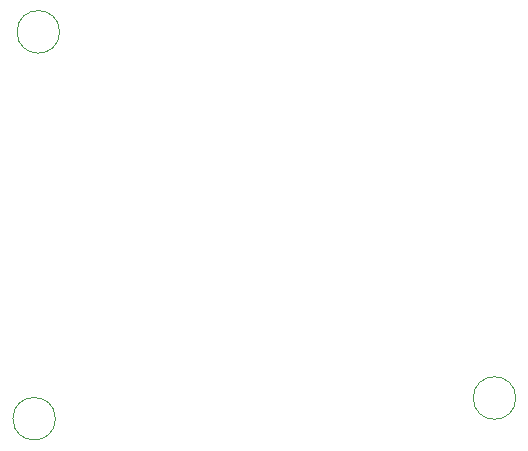
<source format=gbr>
%TF.GenerationSoftware,Altium Limited,Altium Designer,25.4.2 (15)*%
G04 Layer_Color=32768*
%FSLAX45Y45*%
%MOMM*%
%TF.SameCoordinates,9A986A7D-484F-4AC0-AE4B-942BB78B8B2C*%
%TF.FilePolarity,Positive*%
%TF.FileFunction,Other,Mechanical_3*%
%TF.Part,Single*%
G01*
G75*
%TA.AperFunction,NonConductor*%
%ADD84C,0.05000*%
D84*
X7252500Y8858500D02*
G03*
X7252500Y8858500I-180000J0D01*
G01*
X7217500Y5583500D02*
G03*
X7217500Y5583500I-180000J0D01*
G01*
X11115300Y5758500D02*
G03*
X11115300Y5758500I-180000J0D01*
G01*
%TF.MD5,34a9ea16b9e20513a281b9b0659d09a4*%
M02*

</source>
